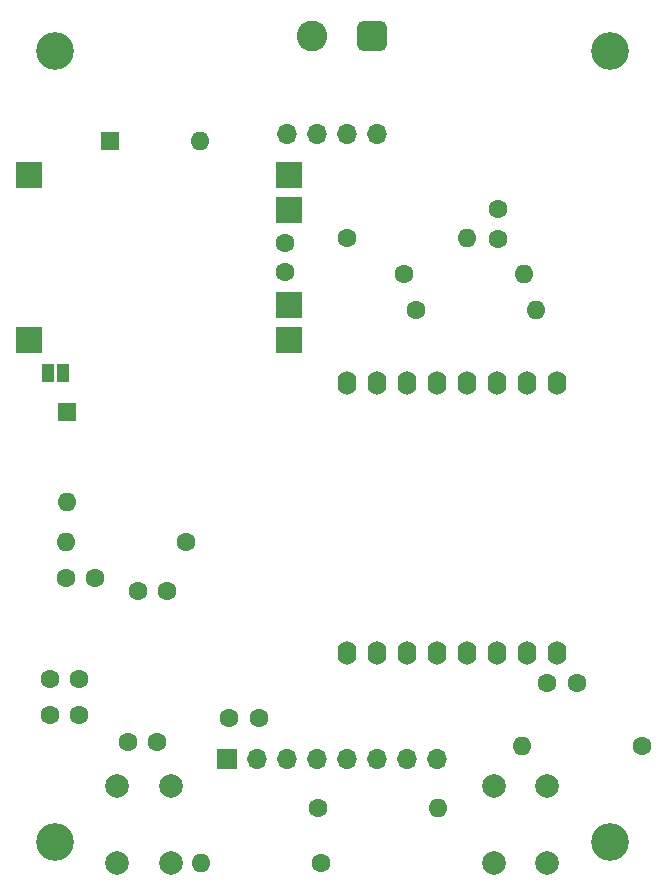
<source format=gts>
G04 #@! TF.GenerationSoftware,KiCad,Pcbnew,8.99.0-3309-gecdc7ee08f-dirty*
G04 #@! TF.CreationDate,2024-12-18T14:42:25+01:00*
G04 #@! TF.ProjectId,aniweather,616e6977-6561-4746-9865-722e6b696361,v1.12*
G04 #@! TF.SameCoordinates,Original*
G04 #@! TF.FileFunction,Soldermask,Top*
G04 #@! TF.FilePolarity,Negative*
%FSLAX46Y46*%
G04 Gerber Fmt 4.6, Leading zero omitted, Abs format (unit mm)*
G04 Created by KiCad (PCBNEW 8.99.0-3309-gecdc7ee08f-dirty) date 2024-12-18 14:42:25*
%MOMM*%
%LPD*%
G01*
G04 APERTURE LIST*
G04 Aperture macros list*
%AMRoundRect*
0 Rectangle with rounded corners*
0 $1 Rounding radius*
0 $2 $3 $4 $5 $6 $7 $8 $9 X,Y pos of 4 corners*
0 Add a 4 corners polygon primitive as box body*
4,1,4,$2,$3,$4,$5,$6,$7,$8,$9,$2,$3,0*
0 Add four circle primitives for the rounded corners*
1,1,$1+$1,$2,$3*
1,1,$1+$1,$4,$5*
1,1,$1+$1,$6,$7*
1,1,$1+$1,$8,$9*
0 Add four rect primitives between the rounded corners*
20,1,$1+$1,$2,$3,$4,$5,0*
20,1,$1+$1,$4,$5,$6,$7,0*
20,1,$1+$1,$6,$7,$8,$9,0*
20,1,$1+$1,$8,$9,$2,$3,0*%
G04 Aperture macros list end*
%ADD10R,1.600000X1.600000*%
%ADD11O,1.600000X1.600000*%
%ADD12C,1.600000*%
%ADD13R,1.700000X1.700000*%
%ADD14O,1.700000X1.700000*%
%ADD15R,1.000000X1.500000*%
%ADD16R,2.200000X2.200000*%
%ADD17C,3.200000*%
%ADD18O,1.600000X2.000000*%
%ADD19C,2.000000*%
%ADD20RoundRect,0.650000X0.650000X0.650000X-0.650000X0.650000X-0.650000X-0.650000X0.650000X-0.650000X0*%
%ADD21C,2.600000*%
G04 APERTURE END LIST*
D10*
X117700000Y-98032500D03*
D11*
X117700000Y-105652500D03*
D12*
X136200000Y-83675000D03*
X136200000Y-86175000D03*
X147250000Y-89375000D03*
D11*
X157410000Y-89375000D03*
D12*
X166380000Y-126325000D03*
D11*
X156220000Y-126325000D03*
D13*
X131315000Y-127425000D03*
D14*
X133855000Y-127425000D03*
X136395000Y-127425000D03*
X138935000Y-127425000D03*
X141475000Y-127425000D03*
X144015000Y-127425000D03*
X146555000Y-127425000D03*
X149095000Y-127425000D03*
X136395000Y-74425000D03*
X138935000Y-74425000D03*
X141475000Y-74425000D03*
X144015000Y-74425000D03*
D12*
X146250000Y-86325000D03*
D11*
X156410000Y-86325000D03*
D15*
X117400000Y-94725000D03*
X116100000Y-94725000D03*
D12*
X138940000Y-131525000D03*
D11*
X149100000Y-131525000D03*
D16*
X136500000Y-80925000D03*
X136500000Y-88925000D03*
X136500000Y-77925000D03*
X136500000Y-91925000D03*
X114500000Y-77925000D03*
X114500000Y-91925000D03*
D17*
X163700000Y-134425000D03*
D10*
X121365000Y-75100000D03*
D11*
X128985000Y-75100000D03*
D18*
X151620000Y-118425000D03*
X149080000Y-118425000D03*
X146540000Y-118425000D03*
X144000000Y-118425000D03*
X154160000Y-118425000D03*
X156700000Y-118425000D03*
X154160000Y-95565000D03*
X151620000Y-95565000D03*
X149080000Y-95565000D03*
X146540000Y-95565000D03*
X141460000Y-118425000D03*
X159240000Y-118425000D03*
X156700000Y-95565000D03*
X159240000Y-95565000D03*
X144000000Y-95565000D03*
X141460000Y-95565000D03*
D12*
X154225000Y-80825000D03*
X154225000Y-83325000D03*
X141450000Y-83275000D03*
D11*
X151610000Y-83275000D03*
D19*
X158400000Y-129675000D03*
X158400000Y-136175000D03*
X153900000Y-129675000D03*
X153900000Y-136175000D03*
D12*
X122850000Y-125925000D03*
X125350000Y-125925000D03*
D17*
X163700000Y-67425000D03*
D12*
X139260000Y-136175000D03*
D11*
X129100000Y-136175000D03*
D12*
X131450000Y-123925000D03*
X133950000Y-123925000D03*
D17*
X116700000Y-134425000D03*
X116700000Y-67425000D03*
D19*
X122000000Y-136175000D03*
X122000000Y-129675000D03*
X126500000Y-136175000D03*
X126500000Y-129675000D03*
D12*
X117625000Y-112050000D03*
X120125000Y-112050000D03*
X158400000Y-120925000D03*
X160900000Y-120925000D03*
X118750000Y-120600000D03*
X116250000Y-120600000D03*
D20*
X143530000Y-66175000D03*
D21*
X138450000Y-66175000D03*
D12*
X127785000Y-109050000D03*
D11*
X117625000Y-109050000D03*
D12*
X126200000Y-113175000D03*
X123700000Y-113175000D03*
X118750000Y-123700000D03*
X116250000Y-123700000D03*
M02*

</source>
